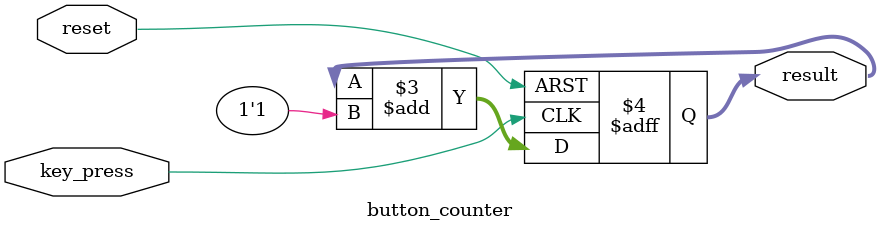
<source format=v>
module button_counter(input key_press, input reset, output reg[3:0] result);

	always@(negedge key_press, negedge reset) begin				//buttons activate on negedge
	
		if(!reset)begin
			result <= 4'b0;
		
		end else begin
			result <= result + 1'b1;
		end
		
	end
endmodule
</source>
